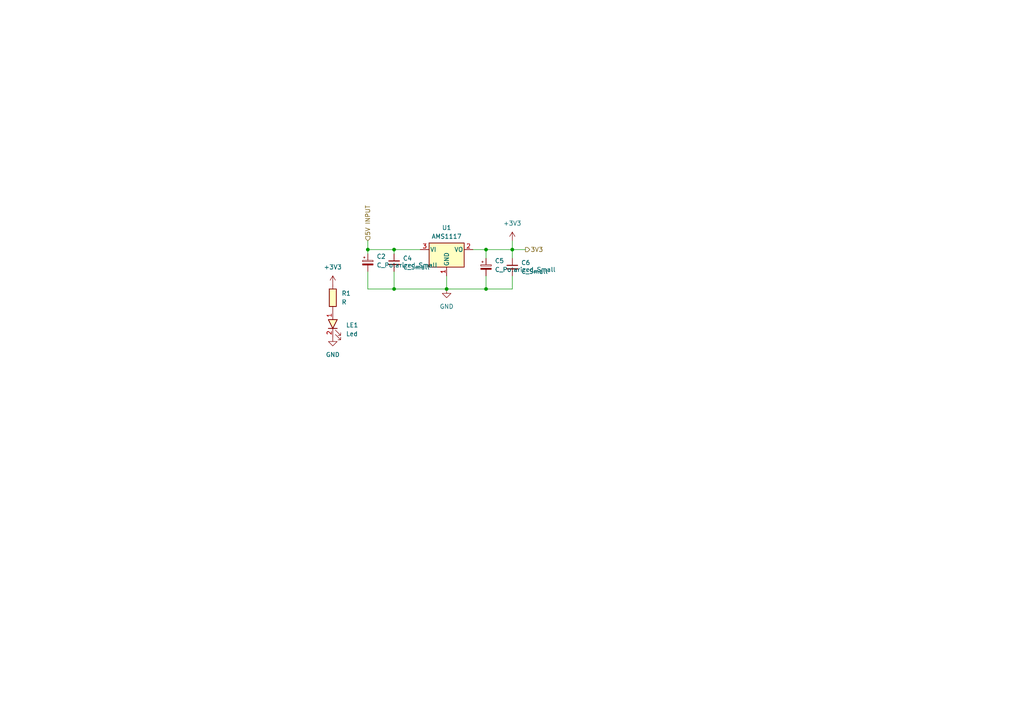
<source format=kicad_sch>
(kicad_sch (version 20230121) (generator eeschema)
  (paper "A4")
  (lib_symbols
    (symbol "IVS_SYMBOLS:AMS1117" (pin_names (offset 0.254))
      (property "Reference" "U" (at -3.81 3.175 0))
      (property "Value" "AMS1117" (at 0 3.175 0))
      (symbol "AMS1117_0_1"
        (rectangle (start -5.08 -5.08) (end 5.08 1.905) (stroke (width 0.254)) (fill (type background)))
      )
      (symbol "AMS1117_1_1"
        (pin power_in line (at 0 -7.62 90) (length 2.54) (name "GND") (number "1"))
        (pin power_out line (at 7.62 0 180) (length 2.54) (name "VO") (number "2"))
        (pin power_in line (at -7.62 0 0) (length 2.54) (name "VI") (number "3"))
      )
    )
    (symbol "IVS_SYMBOLS:C_Polarized_Small" (pin_numbers hide) (pin_names (offset 0.254) hide)
      (property "Reference" "C" (at 0.254 1.778 0))
      (property "Value" "C_Polarized_Small" (at 0.254 -2.032 0))
      (symbol "C_Polarized_Small_0_1"
        (rectangle (start -1.524 -0.3048) (end 1.524 -0.6858) (fill (type outline)))
        (rectangle (start -1.524 0.6858) (end 1.524 0.3048))
        (polyline (pts (xy -1.27 1.524) (xy -0.762 1.524)))
        (polyline (pts (xy -1.016 1.27) (xy -1.016 1.778)))
      )
      (symbol "C_Polarized_Small_1_1"
        (pin passive line (at 0 2.54 270) (length 1.8542) (name "~") (number "1"))
        (pin passive line (at 0 -2.54 90) (length 1.8542) (name "~") (number "2"))
      )
    )
    (symbol "IVS_SYMBOLS:C_Small" (pin_numbers hide) (pin_names (offset 0.254) hide)
      (property "Reference" "C" (at 0.254 1.778 0))
      (property "Value" "C_Small" (at 0.254 -2.032 0))
      (symbol "C_Small_0_1"
        (polyline (pts (xy -1.524 -0.508) (xy 1.524 -0.508)) (stroke (width 0.3302)))
        (polyline (pts (xy -1.524 0.508) (xy 1.524 0.508)) (stroke (width 0.3048)))
      )
      (symbol "C_Small_1_1"
        (pin passive line (at 0 2.54 270) (length 2.032) (name "~") (number "1"))
        (pin passive line (at 0 -2.54 90) (length 2.032) (name "~") (number "2"))
      )
    )
    (symbol "IVS_SYMBOLS:Led"
      (property "Reference" "LE" (at 0.508 -2.794 0))
      (property "Value" "Led" (at -0.254 2.794 0))
      (symbol "Led_0_1"
        (polyline (pts (xy 0 -1.27) (xy 0 1.27)) (stroke (width 0.254)))
        (polyline (pts (xy 2.54 -1.27) (xy 2.54 1.27) (xy 0 0) (xy 2.54 -1.27)) (stroke (width 0.254)) (fill (type background)))
        (polyline (pts (xy -1.778 -0.762) (xy -3.302 -2.286) (xy -2.54 -2.286) (xy -3.302 -2.286) (xy -3.302 -1.524)))
        (polyline (pts (xy -0.508 -0.762) (xy -2.032 -2.286) (xy -1.27 -2.286) (xy -2.032 -2.286) (xy -2.032 -1.524)))
      )
      (symbol "Led_1_1"
        (pin passive line (at 5.08 0 180) (length 2.54) (name "") (number "1"))
        (pin passive line (at -2.54 0 0) (length 2.54) (name "") (number "2"))
      )
    )
    (symbol "IVS_SYMBOLS:R" (pin_numbers hide) (pin_names (offset 0))
      (property "Reference" "R" (at 2.032 0 90))
      (property "Value" "R" (at 0 0 90))
      (symbol "R_1_1"
        (rectangle (start -1.016 2.54) (end 1.016 -2.54) (stroke (width 0.254)) (fill (type background)))
        (pin passive line (at 0 3.81 270) (length 1.27) (name "~") (number "1"))
        (pin passive line (at 0 -3.81 90) (length 1.27) (name "~") (number "2"))
      )
    )
    (symbol "power:+3V3" (power) (pin_names (offset 0))
      (property "Value" "+3V3" (at 0 3.556 0))
      (symbol "+3V3_0_1"
        (polyline (pts (xy -0.762 1.27) (xy 0 2.54)))
        (polyline (pts (xy 0 0) (xy 0 2.54)))
        (polyline (pts (xy 0 2.54) (xy 0.762 1.27)))
      )
      (symbol "+3V3_1_1"
        (pin power_in line (at 0 0 90) (length 0) hide (name "+3V3") (number "1"))
      )
    )
    (symbol "power:GND" (power) (pin_names (offset 0))
      (property "Value" "GND" (at 0 -3.81 0))
      (symbol "GND_0_1"
        (polyline (pts (xy 0 0) (xy 0 -1.27) (xy 1.27 -1.27) (xy 0 -2.54) (xy -1.27 -1.27) (xy 0 -1.27)))
      )
      (symbol "GND_1_1"
        (pin power_in line (at 0 0 270) (length 0) hide (name "GND") (number "1"))
      )
    )
  )
  (junction (at 114.3 72.39))
  (junction (at 140.97 72.39))
  (junction (at 106.68 72.39))
  (junction (at 140.97 83.82))
  (junction (at 129.54 83.82))
  (junction (at 148.59 72.39))
  (junction (at 114.3 83.82))
  (wire (pts (xy 140.97 72.39) (xy 137.16 72.39)))
  (wire (pts (xy 106.68 83.82) (xy 114.3 83.82)))
  (wire (pts (xy 114.3 83.82) (xy 129.54 83.82)))
  (wire (pts (xy 140.97 74.93) (xy 140.97 72.39)))
  (wire (pts (xy 114.3 72.39) (xy 106.68 72.39)))
  (wire (pts (xy 114.3 72.39) (xy 114.3 73.66)))
  (wire (pts (xy 121.92 72.39) (xy 114.3 72.39)))
  (wire (pts (xy 148.59 69.85) (xy 148.59 72.39)))
  (wire (pts (xy 148.59 72.39) (xy 140.97 72.39)))
  (wire (pts (xy 114.3 78.74) (xy 114.3 83.82)))
  (wire (pts (xy 106.68 69.85) (xy 106.68 72.39)))
  (wire (pts (xy 140.97 83.82) (xy 129.54 83.82)))
  (wire (pts (xy 148.59 72.39) (xy 152.4 72.39)))
  (wire (pts (xy 148.59 74.93) (xy 148.59 72.39)))
  (wire (pts (xy 148.59 80.01) (xy 148.59 83.82)))
  (wire (pts (xy 106.68 72.39) (xy 106.68 73.66)))
  (wire (pts (xy 129.54 83.82) (xy 129.54 80.01)))
  (wire (pts (xy 148.59 83.82) (xy 140.97 83.82)))
  (wire (pts (xy 106.68 78.74) (xy 106.68 83.82)))
  (wire (pts (xy 140.97 80.01) (xy 140.97 83.82)))
  (hierarchical_label "5V INPUT" (shape input) (at 106.68 69.85 90))
  (hierarchical_label "3V3" (shape output) (at 152.4 72.39 0))
  (symbol (lib_id "power:GND") (at 129.54 83.82 0) (unit 1)
    (property "Reference" "#PWR06" (effects hide))
    (property "Value" "GND" (at 129.54 88.9 0))
    (instances (project "lora" (path "" (reference "#PWR06") (unit 1)) (path "" (reference "#PWR08") (unit 1))))
  )
  (symbol (lib_id "power:+3V3") (at 96.52 82.55 0) (unit 1)
    (property "Reference" "#PWR08" (effects hide))
    (property "Value" "+3V3" (at 96.52 77.47 0))
    (instances (project "lora" (path "" (reference "#PWR08") (unit 1)) (path "" (reference "#PWR05") (unit 1))))
  )
  (symbol (lib_id "IVS_SYMBOLS:C_Polarized_Small") (at 106.68 76.2 0) (unit 1)
    (property "Reference" "C2" (at 109.22 74.3839 0) (effects (justify left)))
    (property "Value" "C_Polarized_Small" (at 109.22 76.9239 0) (effects (justify left)))
  )
  (symbol (lib_id "IVS_SYMBOLS:Led") (at 96.52 95.25 90) (unit 1)
    (property "Reference" "LE1" (at 100.33 94.2975 90) (effects (justify right)))
    (property "Value" "Led" (at 100.33 96.8375 90) (effects (justify right)))
    (instances (project "lora" (path "" (reference "LE1") (unit 1)) (path "" (reference "LE2") (unit 1)) (path "" (reference "LE2") (unit 1))))
  )
  (symbol (lib_id "IVS_SYMBOLS:R") (at 96.52 86.36 0) (unit 1)
    (property "Reference" "R1" (at 99.06 85.09 0) (effects (justify left)))
    (property "Value" "R" (at 99.06 87.63 0) (effects (justify left)))
    (property "Footprint" "IVS_FOOTPRINTS:ESP8266-07__ESP32-C3-12F" (effects hide))
    (instances (project "lora" (path "" (reference "R1") (unit 1)) (path "" (reference "R2") (unit 1)) (path "" (reference "R2") (unit 1))))
  )
  (symbol (lib_id "IVS_SYMBOLS:AMS1117") (at 129.54 72.39 0) (unit 1)
    (property "Reference" "U1" (at 129.54 66.04 0))
    (property "Value" "AMS1117" (at 129.54 68.58 0))
    (property "Footprint" "IVS_FOOTPRINTS:SOT233" (effects hide))
    (property "Datasheet" "http://www.advanced-monolithic.com/pdf/ds1117.pdf" (effects hide))
  )
  (symbol (lib_id "power:GND") (at 96.52 97.79 0) (unit 1)
    (property "Reference" "#PWR09" (effects hide))
    (property "Value" "GND" (at 96.52 102.87 0))
    (instances (project "lora" (path "" (reference "#PWR09") (unit 1)) (path "" (reference "#PWR06") (unit 1))))
  )
  (symbol (lib_id "power:+3V3") (at 148.59 69.85 0) (unit 1)
    (property "Reference" "#PWR07" (effects hide))
    (property "Value" "+3V3" (at 148.59 64.77 0))
    (instances (project "lora" (path "" (reference "#PWR07") (unit 1)) (path "" (reference "#PWR09") (unit 1))))
  )
  (symbol (lib_id "IVS_SYMBOLS:C_Polarized_Small") (at 140.97 77.47 0) (unit 1)
    (property "Reference" "C5" (at 143.51 75.6539 0) (effects (justify left)))
    (property "Value" "C_Polarized_Small" (at 143.51 78.1939 0) (effects (justify left)))
  )
  (symbol (lib_id "IVS_SYMBOLS:C_Small") (at 148.59 77.47 0) (unit 1)
    (property "Reference" "C6" (at 151.13 76.2063 0) (effects (justify left)))
    (property "Value" "C_Small" (at 151.13 78.7463 0) (effects (justify left)))
  )
  (symbol (lib_id "IVS_SYMBOLS:C_Small") (at 114.3 76.2 0) (unit 1)
    (property "Reference" "C4" (at 116.84 74.9363 0) (effects (justify left)))
    (property "Value" "C_Small" (at 116.84 77.4763 0) (effects (justify left)))
  )
)
</source>
